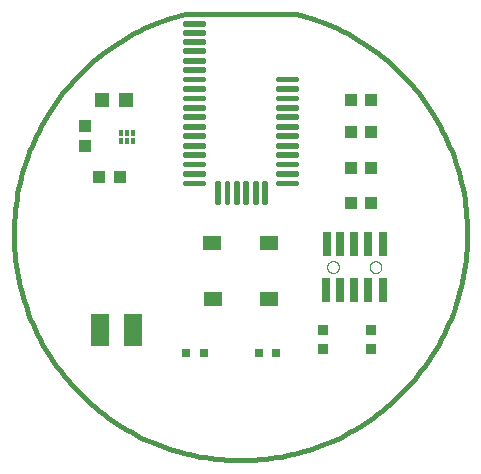
<source format=gtp>
G75*
%MOIN*%
%OFA0B0*%
%FSLAX25Y25*%
%IPPOS*%
%LPD*%
%AMOC8*
5,1,8,0,0,1.08239X$1,22.5*
%
%ADD10C,0.01600*%
%ADD11R,0.03937X0.04331*%
%ADD12R,0.04331X0.03937*%
%ADD13R,0.06299X0.10630*%
%ADD14R,0.03150X0.03150*%
%ADD15R,0.01181X0.02047*%
%ADD16R,0.06102X0.04724*%
%ADD17R,0.02500X0.08000*%
%ADD18C,0.00000*%
%ADD19C,0.01378*%
%ADD20R,0.03543X0.03740*%
%ADD21R,0.05118X0.05000*%
D10*
X0069963Y0151406D02*
X0068175Y0150939D01*
X0066400Y0150428D01*
X0064637Y0149874D01*
X0062888Y0149277D01*
X0061154Y0148637D01*
X0059437Y0147956D01*
X0057736Y0147232D01*
X0056054Y0146467D01*
X0054391Y0145661D01*
X0052749Y0144815D01*
X0051127Y0143928D01*
X0049528Y0143003D01*
X0047952Y0142038D01*
X0046400Y0141036D01*
X0044872Y0139995D01*
X0043371Y0138918D01*
X0041897Y0137804D01*
X0040450Y0136655D01*
X0039032Y0135470D01*
X0037643Y0134251D01*
X0036284Y0132999D01*
X0034956Y0131713D01*
X0033661Y0130396D01*
X0032397Y0129047D01*
X0031168Y0127668D01*
X0029972Y0126259D01*
X0028811Y0124821D01*
X0027686Y0123356D01*
X0026596Y0121863D01*
X0025544Y0120344D01*
X0024529Y0118800D01*
X0023552Y0117231D01*
X0022614Y0115639D01*
X0021715Y0114025D01*
X0020856Y0112389D01*
X0020037Y0110732D01*
X0019258Y0109056D01*
X0018521Y0107362D01*
X0017826Y0105650D01*
X0017173Y0103921D01*
X0016562Y0102177D01*
X0015994Y0100419D01*
X0015469Y0098647D01*
X0014988Y0096863D01*
X0014550Y0095068D01*
X0014157Y0093262D01*
X0013808Y0091447D01*
X0013503Y0089625D01*
X0013243Y0087795D01*
X0013027Y0085960D01*
X0012857Y0084120D01*
X0012732Y0082276D01*
X0012652Y0080430D01*
X0012617Y0078583D01*
X0012627Y0076735D01*
X0012682Y0074888D01*
X0012783Y0073043D01*
X0012928Y0071201D01*
X0013119Y0069363D01*
X0013355Y0067530D01*
X0013635Y0065703D01*
X0013960Y0063884D01*
X0014329Y0062074D01*
X0014742Y0060272D01*
X0015200Y0058482D01*
X0015701Y0056703D01*
X0016245Y0054938D01*
X0016833Y0053185D01*
X0017463Y0051448D01*
X0018135Y0049727D01*
X0018849Y0048023D01*
X0019605Y0046336D01*
X0020401Y0044669D01*
X0021239Y0043022D01*
X0022116Y0041395D01*
X0023033Y0039791D01*
X0023988Y0038210D01*
X0024983Y0036652D01*
X0026015Y0035119D01*
X0027084Y0033612D01*
X0028189Y0032131D01*
X0029331Y0030678D01*
X0030508Y0029253D01*
X0031719Y0027858D01*
X0032964Y0026492D01*
X0034242Y0025157D01*
X0035552Y0023854D01*
X0036894Y0022584D01*
X0038266Y0021346D01*
X0039668Y0020143D01*
X0041100Y0018974D01*
X0042559Y0017841D01*
X0044046Y0016743D01*
X0045559Y0015682D01*
X0047097Y0014659D01*
X0048661Y0013673D01*
X0050247Y0012726D01*
X0051857Y0011818D01*
X0053488Y0010950D01*
X0055140Y0010122D01*
X0056812Y0009335D01*
X0058502Y0008588D01*
X0060210Y0007883D01*
X0061935Y0007221D01*
X0063676Y0006600D01*
X0065431Y0006022D01*
X0067200Y0005488D01*
X0068981Y0004997D01*
X0070774Y0004549D01*
X0072577Y0004146D01*
X0074390Y0003787D01*
X0076211Y0003472D01*
X0078039Y0003202D01*
X0079873Y0002976D01*
X0081712Y0002796D01*
X0083555Y0002660D01*
X0085401Y0002570D01*
X0087248Y0002525D01*
X0089096Y0002525D01*
X0090943Y0002570D01*
X0092789Y0002660D01*
X0094632Y0002796D01*
X0096471Y0002976D01*
X0098305Y0003202D01*
X0100133Y0003472D01*
X0101954Y0003787D01*
X0103767Y0004146D01*
X0105570Y0004549D01*
X0107363Y0004997D01*
X0109144Y0005488D01*
X0110913Y0006022D01*
X0112668Y0006600D01*
X0114409Y0007221D01*
X0116134Y0007883D01*
X0117842Y0008588D01*
X0119532Y0009335D01*
X0121204Y0010122D01*
X0122856Y0010950D01*
X0124487Y0011818D01*
X0126097Y0012726D01*
X0127683Y0013673D01*
X0129247Y0014659D01*
X0130785Y0015682D01*
X0132298Y0016743D01*
X0133785Y0017841D01*
X0135244Y0018974D01*
X0136676Y0020143D01*
X0138078Y0021346D01*
X0139450Y0022584D01*
X0140792Y0023854D01*
X0142102Y0025157D01*
X0143380Y0026492D01*
X0144625Y0027858D01*
X0145836Y0029253D01*
X0147013Y0030678D01*
X0148155Y0032131D01*
X0149260Y0033612D01*
X0150329Y0035119D01*
X0151361Y0036652D01*
X0152356Y0038210D01*
X0153311Y0039791D01*
X0154228Y0041395D01*
X0155105Y0043022D01*
X0155943Y0044669D01*
X0156739Y0046336D01*
X0157495Y0048023D01*
X0158209Y0049727D01*
X0158881Y0051448D01*
X0159511Y0053185D01*
X0160099Y0054938D01*
X0160643Y0056703D01*
X0161144Y0058482D01*
X0161602Y0060272D01*
X0162015Y0062074D01*
X0162384Y0063884D01*
X0162709Y0065703D01*
X0162989Y0067530D01*
X0163225Y0069363D01*
X0163416Y0071201D01*
X0163561Y0073043D01*
X0163662Y0074888D01*
X0163717Y0076735D01*
X0163727Y0078583D01*
X0163692Y0080430D01*
X0163612Y0082276D01*
X0163487Y0084120D01*
X0163317Y0085960D01*
X0163101Y0087795D01*
X0162841Y0089625D01*
X0162536Y0091447D01*
X0162187Y0093262D01*
X0161794Y0095068D01*
X0161356Y0096863D01*
X0160875Y0098647D01*
X0160350Y0100419D01*
X0159782Y0102177D01*
X0159171Y0103921D01*
X0158518Y0105650D01*
X0157823Y0107362D01*
X0157086Y0109056D01*
X0156307Y0110732D01*
X0155488Y0112389D01*
X0154629Y0114025D01*
X0153730Y0115639D01*
X0152792Y0117231D01*
X0151815Y0118800D01*
X0150800Y0120344D01*
X0149748Y0121863D01*
X0148658Y0123356D01*
X0147533Y0124821D01*
X0146372Y0126259D01*
X0145176Y0127668D01*
X0143947Y0129047D01*
X0142683Y0130396D01*
X0141388Y0131713D01*
X0140060Y0132999D01*
X0138701Y0134251D01*
X0137312Y0135470D01*
X0135894Y0136655D01*
X0134447Y0137804D01*
X0132973Y0138918D01*
X0131472Y0139995D01*
X0129944Y0141036D01*
X0128392Y0142038D01*
X0126816Y0143003D01*
X0125217Y0143928D01*
X0123595Y0144815D01*
X0121953Y0145661D01*
X0120290Y0146467D01*
X0118608Y0147232D01*
X0116907Y0147956D01*
X0115190Y0148637D01*
X0113456Y0149277D01*
X0111707Y0149874D01*
X0109944Y0150428D01*
X0108169Y0150939D01*
X0106381Y0151406D01*
X0069963Y0151406D01*
D11*
X0036459Y0114123D03*
X0036459Y0107430D03*
D12*
X0041144Y0096957D03*
X0047837Y0096957D03*
X0125121Y0100028D03*
X0131814Y0100028D03*
X0131814Y0088454D03*
X0125121Y0088454D03*
X0125121Y0111997D03*
X0131814Y0111997D03*
X0131814Y0122784D03*
X0125121Y0122784D03*
D13*
X0041459Y0045855D03*
X0052483Y0045855D03*
D14*
X0070121Y0038414D03*
X0076026Y0038414D03*
X0094255Y0038335D03*
X0100160Y0038335D03*
D15*
X0052168Y0108808D03*
X0050199Y0108808D03*
X0048231Y0108808D03*
X0048231Y0111761D03*
X0050199Y0111761D03*
X0052168Y0111761D03*
D16*
X0078743Y0075028D03*
X0097640Y0075028D03*
X0097640Y0056131D03*
X0079136Y0056131D03*
D17*
X0116656Y0059241D03*
X0121381Y0059241D03*
X0126105Y0059241D03*
X0130829Y0059438D03*
X0135554Y0059438D03*
X0135554Y0074792D03*
X0130829Y0074792D03*
X0126105Y0074792D03*
X0121381Y0074792D03*
X0116853Y0074792D03*
D18*
X0117049Y0066918D02*
X0117051Y0067006D01*
X0117057Y0067094D01*
X0117067Y0067182D01*
X0117081Y0067270D01*
X0117098Y0067356D01*
X0117120Y0067442D01*
X0117145Y0067526D01*
X0117175Y0067610D01*
X0117207Y0067692D01*
X0117244Y0067772D01*
X0117284Y0067851D01*
X0117328Y0067928D01*
X0117375Y0068003D01*
X0117425Y0068075D01*
X0117479Y0068146D01*
X0117535Y0068213D01*
X0117595Y0068279D01*
X0117657Y0068341D01*
X0117723Y0068401D01*
X0117790Y0068457D01*
X0117861Y0068511D01*
X0117933Y0068561D01*
X0118008Y0068608D01*
X0118085Y0068652D01*
X0118164Y0068692D01*
X0118244Y0068729D01*
X0118326Y0068761D01*
X0118410Y0068791D01*
X0118494Y0068816D01*
X0118580Y0068838D01*
X0118666Y0068855D01*
X0118754Y0068869D01*
X0118842Y0068879D01*
X0118930Y0068885D01*
X0119018Y0068887D01*
X0119106Y0068885D01*
X0119194Y0068879D01*
X0119282Y0068869D01*
X0119370Y0068855D01*
X0119456Y0068838D01*
X0119542Y0068816D01*
X0119626Y0068791D01*
X0119710Y0068761D01*
X0119792Y0068729D01*
X0119872Y0068692D01*
X0119951Y0068652D01*
X0120028Y0068608D01*
X0120103Y0068561D01*
X0120175Y0068511D01*
X0120246Y0068457D01*
X0120313Y0068401D01*
X0120379Y0068341D01*
X0120441Y0068279D01*
X0120501Y0068213D01*
X0120557Y0068146D01*
X0120611Y0068075D01*
X0120661Y0068003D01*
X0120708Y0067928D01*
X0120752Y0067851D01*
X0120792Y0067772D01*
X0120829Y0067692D01*
X0120861Y0067610D01*
X0120891Y0067526D01*
X0120916Y0067442D01*
X0120938Y0067356D01*
X0120955Y0067270D01*
X0120969Y0067182D01*
X0120979Y0067094D01*
X0120985Y0067006D01*
X0120987Y0066918D01*
X0120985Y0066830D01*
X0120979Y0066742D01*
X0120969Y0066654D01*
X0120955Y0066566D01*
X0120938Y0066480D01*
X0120916Y0066394D01*
X0120891Y0066310D01*
X0120861Y0066226D01*
X0120829Y0066144D01*
X0120792Y0066064D01*
X0120752Y0065985D01*
X0120708Y0065908D01*
X0120661Y0065833D01*
X0120611Y0065761D01*
X0120557Y0065690D01*
X0120501Y0065623D01*
X0120441Y0065557D01*
X0120379Y0065495D01*
X0120313Y0065435D01*
X0120246Y0065379D01*
X0120175Y0065325D01*
X0120103Y0065275D01*
X0120028Y0065228D01*
X0119951Y0065184D01*
X0119872Y0065144D01*
X0119792Y0065107D01*
X0119710Y0065075D01*
X0119626Y0065045D01*
X0119542Y0065020D01*
X0119456Y0064998D01*
X0119370Y0064981D01*
X0119282Y0064967D01*
X0119194Y0064957D01*
X0119106Y0064951D01*
X0119018Y0064949D01*
X0118930Y0064951D01*
X0118842Y0064957D01*
X0118754Y0064967D01*
X0118666Y0064981D01*
X0118580Y0064998D01*
X0118494Y0065020D01*
X0118410Y0065045D01*
X0118326Y0065075D01*
X0118244Y0065107D01*
X0118164Y0065144D01*
X0118085Y0065184D01*
X0118008Y0065228D01*
X0117933Y0065275D01*
X0117861Y0065325D01*
X0117790Y0065379D01*
X0117723Y0065435D01*
X0117657Y0065495D01*
X0117595Y0065557D01*
X0117535Y0065623D01*
X0117479Y0065690D01*
X0117425Y0065761D01*
X0117375Y0065833D01*
X0117328Y0065908D01*
X0117284Y0065985D01*
X0117244Y0066064D01*
X0117207Y0066144D01*
X0117175Y0066226D01*
X0117145Y0066310D01*
X0117120Y0066394D01*
X0117098Y0066480D01*
X0117081Y0066566D01*
X0117067Y0066654D01*
X0117057Y0066742D01*
X0117051Y0066830D01*
X0117049Y0066918D01*
X0131223Y0066918D02*
X0131225Y0067006D01*
X0131231Y0067094D01*
X0131241Y0067182D01*
X0131255Y0067270D01*
X0131272Y0067356D01*
X0131294Y0067442D01*
X0131319Y0067526D01*
X0131349Y0067610D01*
X0131381Y0067692D01*
X0131418Y0067772D01*
X0131458Y0067851D01*
X0131502Y0067928D01*
X0131549Y0068003D01*
X0131599Y0068075D01*
X0131653Y0068146D01*
X0131709Y0068213D01*
X0131769Y0068279D01*
X0131831Y0068341D01*
X0131897Y0068401D01*
X0131964Y0068457D01*
X0132035Y0068511D01*
X0132107Y0068561D01*
X0132182Y0068608D01*
X0132259Y0068652D01*
X0132338Y0068692D01*
X0132418Y0068729D01*
X0132500Y0068761D01*
X0132584Y0068791D01*
X0132668Y0068816D01*
X0132754Y0068838D01*
X0132840Y0068855D01*
X0132928Y0068869D01*
X0133016Y0068879D01*
X0133104Y0068885D01*
X0133192Y0068887D01*
X0133280Y0068885D01*
X0133368Y0068879D01*
X0133456Y0068869D01*
X0133544Y0068855D01*
X0133630Y0068838D01*
X0133716Y0068816D01*
X0133800Y0068791D01*
X0133884Y0068761D01*
X0133966Y0068729D01*
X0134046Y0068692D01*
X0134125Y0068652D01*
X0134202Y0068608D01*
X0134277Y0068561D01*
X0134349Y0068511D01*
X0134420Y0068457D01*
X0134487Y0068401D01*
X0134553Y0068341D01*
X0134615Y0068279D01*
X0134675Y0068213D01*
X0134731Y0068146D01*
X0134785Y0068075D01*
X0134835Y0068003D01*
X0134882Y0067928D01*
X0134926Y0067851D01*
X0134966Y0067772D01*
X0135003Y0067692D01*
X0135035Y0067610D01*
X0135065Y0067526D01*
X0135090Y0067442D01*
X0135112Y0067356D01*
X0135129Y0067270D01*
X0135143Y0067182D01*
X0135153Y0067094D01*
X0135159Y0067006D01*
X0135161Y0066918D01*
X0135159Y0066830D01*
X0135153Y0066742D01*
X0135143Y0066654D01*
X0135129Y0066566D01*
X0135112Y0066480D01*
X0135090Y0066394D01*
X0135065Y0066310D01*
X0135035Y0066226D01*
X0135003Y0066144D01*
X0134966Y0066064D01*
X0134926Y0065985D01*
X0134882Y0065908D01*
X0134835Y0065833D01*
X0134785Y0065761D01*
X0134731Y0065690D01*
X0134675Y0065623D01*
X0134615Y0065557D01*
X0134553Y0065495D01*
X0134487Y0065435D01*
X0134420Y0065379D01*
X0134349Y0065325D01*
X0134277Y0065275D01*
X0134202Y0065228D01*
X0134125Y0065184D01*
X0134046Y0065144D01*
X0133966Y0065107D01*
X0133884Y0065075D01*
X0133800Y0065045D01*
X0133716Y0065020D01*
X0133630Y0064998D01*
X0133544Y0064981D01*
X0133456Y0064967D01*
X0133368Y0064957D01*
X0133280Y0064951D01*
X0133192Y0064949D01*
X0133104Y0064951D01*
X0133016Y0064957D01*
X0132928Y0064967D01*
X0132840Y0064981D01*
X0132754Y0064998D01*
X0132668Y0065020D01*
X0132584Y0065045D01*
X0132500Y0065075D01*
X0132418Y0065107D01*
X0132338Y0065144D01*
X0132259Y0065184D01*
X0132182Y0065228D01*
X0132107Y0065275D01*
X0132035Y0065325D01*
X0131964Y0065379D01*
X0131897Y0065435D01*
X0131831Y0065495D01*
X0131769Y0065557D01*
X0131709Y0065623D01*
X0131653Y0065690D01*
X0131599Y0065761D01*
X0131549Y0065833D01*
X0131502Y0065908D01*
X0131458Y0065985D01*
X0131418Y0066064D01*
X0131381Y0066144D01*
X0131349Y0066226D01*
X0131319Y0066310D01*
X0131294Y0066394D01*
X0131272Y0066480D01*
X0131255Y0066566D01*
X0131241Y0066654D01*
X0131231Y0066742D01*
X0131225Y0066830D01*
X0131223Y0066918D01*
D19*
X0107148Y0094497D02*
X0100652Y0094497D01*
X0100652Y0095087D01*
X0107148Y0095087D01*
X0107148Y0094497D01*
X0107148Y0097647D02*
X0100652Y0097647D01*
X0100652Y0098237D01*
X0107148Y0098237D01*
X0107148Y0097647D01*
X0107148Y0100796D02*
X0100652Y0100796D01*
X0100652Y0101386D01*
X0107148Y0101386D01*
X0107148Y0100796D01*
X0107148Y0103946D02*
X0100652Y0103946D01*
X0100652Y0104536D01*
X0107148Y0104536D01*
X0107148Y0103946D01*
X0107148Y0107096D02*
X0100652Y0107096D01*
X0100652Y0107686D01*
X0107148Y0107686D01*
X0107148Y0107096D01*
X0107148Y0110245D02*
X0100652Y0110245D01*
X0100652Y0110835D01*
X0107148Y0110835D01*
X0107148Y0110245D01*
X0107148Y0113395D02*
X0100652Y0113395D01*
X0100652Y0113985D01*
X0107148Y0113985D01*
X0107148Y0113395D01*
X0107148Y0116544D02*
X0100652Y0116544D01*
X0100652Y0117134D01*
X0107148Y0117134D01*
X0107148Y0116544D01*
X0107148Y0119694D02*
X0100652Y0119694D01*
X0100652Y0120284D01*
X0107148Y0120284D01*
X0107148Y0119694D01*
X0107148Y0122844D02*
X0100652Y0122844D01*
X0100652Y0123434D01*
X0107148Y0123434D01*
X0107148Y0122844D01*
X0107148Y0125993D02*
X0100652Y0125993D01*
X0100652Y0126583D01*
X0107148Y0126583D01*
X0107148Y0125993D01*
X0107148Y0129143D02*
X0100652Y0129143D01*
X0100652Y0129733D01*
X0107148Y0129733D01*
X0107148Y0129143D01*
X0076046Y0129143D02*
X0069550Y0129143D01*
X0069550Y0129733D01*
X0076046Y0129733D01*
X0076046Y0129143D01*
X0076046Y0125993D02*
X0069550Y0125993D01*
X0069550Y0126583D01*
X0076046Y0126583D01*
X0076046Y0125993D01*
X0076046Y0122844D02*
X0069550Y0122844D01*
X0069550Y0123434D01*
X0076046Y0123434D01*
X0076046Y0122844D01*
X0076046Y0119694D02*
X0069550Y0119694D01*
X0069550Y0120284D01*
X0076046Y0120284D01*
X0076046Y0119694D01*
X0076046Y0116544D02*
X0069550Y0116544D01*
X0069550Y0117134D01*
X0076046Y0117134D01*
X0076046Y0116544D01*
X0076046Y0113395D02*
X0069550Y0113395D01*
X0069550Y0113985D01*
X0076046Y0113985D01*
X0076046Y0113395D01*
X0076046Y0110245D02*
X0069550Y0110245D01*
X0069550Y0110835D01*
X0076046Y0110835D01*
X0076046Y0110245D01*
X0076046Y0107096D02*
X0069550Y0107096D01*
X0069550Y0107686D01*
X0076046Y0107686D01*
X0076046Y0107096D01*
X0076046Y0103946D02*
X0069550Y0103946D01*
X0069550Y0104536D01*
X0076046Y0104536D01*
X0076046Y0103946D01*
X0076046Y0100796D02*
X0069550Y0100796D01*
X0069550Y0101386D01*
X0076046Y0101386D01*
X0076046Y0100796D01*
X0076046Y0097647D02*
X0069550Y0097647D01*
X0069550Y0098237D01*
X0076046Y0098237D01*
X0076046Y0097647D01*
X0076046Y0094497D02*
X0069550Y0094497D01*
X0069550Y0095087D01*
X0076046Y0095087D01*
X0076046Y0094497D01*
X0080967Y0094891D02*
X0080967Y0088395D01*
X0080377Y0088395D01*
X0080377Y0094891D01*
X0080967Y0094891D01*
X0080967Y0089772D02*
X0080377Y0089772D01*
X0080377Y0091149D02*
X0080967Y0091149D01*
X0080967Y0092526D02*
X0080377Y0092526D01*
X0080377Y0093903D02*
X0080967Y0093903D01*
X0084117Y0094891D02*
X0084117Y0088395D01*
X0083527Y0088395D01*
X0083527Y0094891D01*
X0084117Y0094891D01*
X0084117Y0089772D02*
X0083527Y0089772D01*
X0083527Y0091149D02*
X0084117Y0091149D01*
X0084117Y0092526D02*
X0083527Y0092526D01*
X0083527Y0093903D02*
X0084117Y0093903D01*
X0087266Y0094891D02*
X0087266Y0088395D01*
X0086676Y0088395D01*
X0086676Y0094891D01*
X0087266Y0094891D01*
X0087266Y0089772D02*
X0086676Y0089772D01*
X0086676Y0091149D02*
X0087266Y0091149D01*
X0087266Y0092526D02*
X0086676Y0092526D01*
X0086676Y0093903D02*
X0087266Y0093903D01*
X0090416Y0094891D02*
X0090416Y0088395D01*
X0089826Y0088395D01*
X0089826Y0094891D01*
X0090416Y0094891D01*
X0090416Y0089772D02*
X0089826Y0089772D01*
X0089826Y0091149D02*
X0090416Y0091149D01*
X0090416Y0092526D02*
X0089826Y0092526D01*
X0089826Y0093903D02*
X0090416Y0093903D01*
X0093565Y0094891D02*
X0093565Y0088395D01*
X0092975Y0088395D01*
X0092975Y0094891D01*
X0093565Y0094891D01*
X0093565Y0089772D02*
X0092975Y0089772D01*
X0092975Y0091149D02*
X0093565Y0091149D01*
X0093565Y0092526D02*
X0092975Y0092526D01*
X0092975Y0093903D02*
X0093565Y0093903D01*
X0096715Y0094891D02*
X0096715Y0088395D01*
X0096125Y0088395D01*
X0096125Y0094891D01*
X0096715Y0094891D01*
X0096715Y0089772D02*
X0096125Y0089772D01*
X0096125Y0091149D02*
X0096715Y0091149D01*
X0096715Y0092526D02*
X0096125Y0092526D01*
X0096125Y0093903D02*
X0096715Y0093903D01*
X0076046Y0132292D02*
X0069550Y0132292D01*
X0069550Y0132882D01*
X0076046Y0132882D01*
X0076046Y0132292D01*
X0076046Y0135442D02*
X0069550Y0135442D01*
X0069550Y0136032D01*
X0076046Y0136032D01*
X0076046Y0135442D01*
X0076046Y0138592D02*
X0069550Y0138592D01*
X0069550Y0139182D01*
X0076046Y0139182D01*
X0076046Y0138592D01*
X0076046Y0141623D02*
X0069550Y0141623D01*
X0069550Y0142213D01*
X0076046Y0142213D01*
X0076046Y0141623D01*
X0076046Y0144655D02*
X0069550Y0144655D01*
X0069550Y0145245D01*
X0076046Y0145245D01*
X0076046Y0144655D01*
X0076046Y0147686D02*
X0069550Y0147686D01*
X0069550Y0148276D01*
X0076046Y0148276D01*
X0076046Y0147686D01*
D20*
X0115593Y0045894D03*
X0115593Y0039595D03*
X0131735Y0039595D03*
X0131735Y0045894D03*
D21*
X0050160Y0122666D03*
X0041971Y0122706D03*
M02*

</source>
